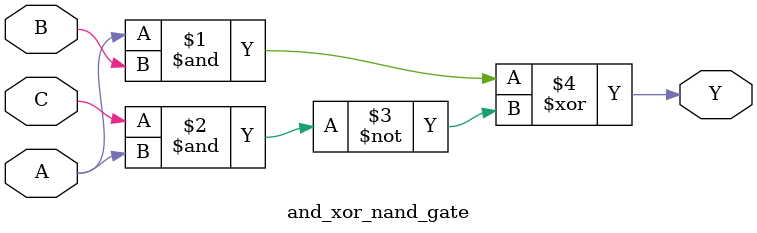
<source format=sv>
module and_xor_nand_gate (
    input wire A, B, C,   // 输入A, B, C
    output wire Y         // 输出Y
);
    assign Y = (A & B) ^ ~(C & A);  // 与、异或和与非组合
endmodule

</source>
